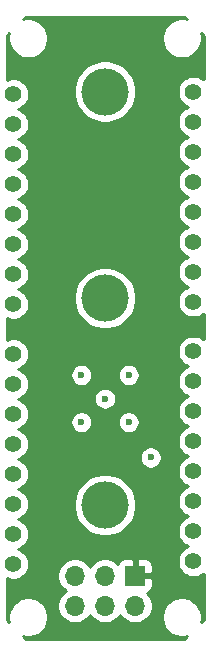
<source format=gbr>
G04 #@! TF.GenerationSoftware,KiCad,Pcbnew,5.1.5-52549c5~84~ubuntu18.04.1*
G04 #@! TF.CreationDate,2020-01-13T22:36:15-08:00*
G04 #@! TF.ProjectId,somos_wristband_1.0,736f6d6f-735f-4777-9269-737462616e64,rev?*
G04 #@! TF.SameCoordinates,Original*
G04 #@! TF.FileFunction,Copper,L3,Inr*
G04 #@! TF.FilePolarity,Positive*
%FSLAX46Y46*%
G04 Gerber Fmt 4.6, Leading zero omitted, Abs format (unit mm)*
G04 Created by KiCad (PCBNEW 5.1.5-52549c5~84~ubuntu18.04.1) date 2020-01-13 22:36:15*
%MOMM*%
%LPD*%
G04 APERTURE LIST*
%ADD10C,4.000000*%
%ADD11C,1.400000*%
%ADD12O,1.700000X1.700000*%
%ADD13R,1.700000X1.700000*%
%ADD14C,0.600000*%
%ADD15C,0.254000*%
G04 APERTURE END LIST*
D10*
X150000000Y-118000000D03*
D11*
X142240000Y-105220000D03*
X142240000Y-107760000D03*
X142240000Y-110300000D03*
X142240000Y-112840000D03*
X142240000Y-115380000D03*
X142240000Y-117920000D03*
X142240000Y-120460000D03*
X142240000Y-123000000D03*
D10*
X150000000Y-83000000D03*
X150000000Y-100500000D03*
D12*
X147460000Y-126540000D03*
X147460000Y-124000000D03*
X150000000Y-126540000D03*
X150000000Y-124000000D03*
X152540000Y-126540000D03*
D13*
X152540000Y-124000000D03*
D11*
X142240000Y-83220000D03*
X142240000Y-85760000D03*
X142240000Y-88300000D03*
X142240000Y-90840000D03*
X142240000Y-93380000D03*
X142240000Y-95920000D03*
X142240000Y-98460000D03*
X142240000Y-101000000D03*
X157480000Y-100780000D03*
X157480000Y-98240000D03*
X157480000Y-95700000D03*
X157480000Y-93160000D03*
X157480000Y-90620000D03*
X157480000Y-88080000D03*
X157480000Y-85540000D03*
X157480000Y-83000000D03*
X157480000Y-122780000D03*
X157480000Y-120240000D03*
X157480000Y-117700000D03*
X157480000Y-115160000D03*
X157480000Y-112620000D03*
X157480000Y-110080000D03*
X157480000Y-107540000D03*
X157480000Y-105000000D03*
D14*
X152350000Y-114000000D03*
X144970500Y-112014000D03*
X148718351Y-115020192D03*
X154798957Y-112800000D03*
X150000000Y-109000000D03*
X148000000Y-107000000D03*
X150000000Y-109000000D03*
X152000000Y-107000000D03*
X152000000Y-111000000D03*
X148000000Y-111000000D03*
X153860500Y-113982500D03*
D15*
G36*
X156935170Y-76868550D02*
G01*
X156665958Y-76815000D01*
X156334042Y-76815000D01*
X156008504Y-76879754D01*
X155701853Y-77006772D01*
X155425875Y-77191175D01*
X155191175Y-77425875D01*
X155006772Y-77701853D01*
X154879754Y-78008504D01*
X154815000Y-78334042D01*
X154815000Y-78665958D01*
X154879754Y-78991496D01*
X155006772Y-79298147D01*
X155191175Y-79574125D01*
X155425875Y-79808825D01*
X155701853Y-79993228D01*
X156008504Y-80120246D01*
X156334042Y-80185000D01*
X156665958Y-80185000D01*
X156991496Y-80120246D01*
X157298147Y-79993228D01*
X157574125Y-79808825D01*
X157808825Y-79574125D01*
X157993228Y-79298147D01*
X158120246Y-78991496D01*
X158185000Y-78665958D01*
X158185000Y-78334042D01*
X158131450Y-78064831D01*
X158340001Y-78273382D01*
X158340001Y-81972026D01*
X158331013Y-81963038D01*
X158112359Y-81816939D01*
X157869405Y-81716304D01*
X157611486Y-81665000D01*
X157348514Y-81665000D01*
X157090595Y-81716304D01*
X156847641Y-81816939D01*
X156628987Y-81963038D01*
X156443038Y-82148987D01*
X156296939Y-82367641D01*
X156196304Y-82610595D01*
X156145000Y-82868514D01*
X156145000Y-83131486D01*
X156196304Y-83389405D01*
X156296939Y-83632359D01*
X156443038Y-83851013D01*
X156628987Y-84036962D01*
X156847641Y-84183061D01*
X157057530Y-84270000D01*
X156847641Y-84356939D01*
X156628987Y-84503038D01*
X156443038Y-84688987D01*
X156296939Y-84907641D01*
X156196304Y-85150595D01*
X156145000Y-85408514D01*
X156145000Y-85671486D01*
X156196304Y-85929405D01*
X156296939Y-86172359D01*
X156443038Y-86391013D01*
X156628987Y-86576962D01*
X156847641Y-86723061D01*
X157057530Y-86810000D01*
X156847641Y-86896939D01*
X156628987Y-87043038D01*
X156443038Y-87228987D01*
X156296939Y-87447641D01*
X156196304Y-87690595D01*
X156145000Y-87948514D01*
X156145000Y-88211486D01*
X156196304Y-88469405D01*
X156296939Y-88712359D01*
X156443038Y-88931013D01*
X156628987Y-89116962D01*
X156847641Y-89263061D01*
X157057530Y-89350000D01*
X156847641Y-89436939D01*
X156628987Y-89583038D01*
X156443038Y-89768987D01*
X156296939Y-89987641D01*
X156196304Y-90230595D01*
X156145000Y-90488514D01*
X156145000Y-90751486D01*
X156196304Y-91009405D01*
X156296939Y-91252359D01*
X156443038Y-91471013D01*
X156628987Y-91656962D01*
X156847641Y-91803061D01*
X157057530Y-91890000D01*
X156847641Y-91976939D01*
X156628987Y-92123038D01*
X156443038Y-92308987D01*
X156296939Y-92527641D01*
X156196304Y-92770595D01*
X156145000Y-93028514D01*
X156145000Y-93291486D01*
X156196304Y-93549405D01*
X156296939Y-93792359D01*
X156443038Y-94011013D01*
X156628987Y-94196962D01*
X156847641Y-94343061D01*
X157057530Y-94430000D01*
X156847641Y-94516939D01*
X156628987Y-94663038D01*
X156443038Y-94848987D01*
X156296939Y-95067641D01*
X156196304Y-95310595D01*
X156145000Y-95568514D01*
X156145000Y-95831486D01*
X156196304Y-96089405D01*
X156296939Y-96332359D01*
X156443038Y-96551013D01*
X156628987Y-96736962D01*
X156847641Y-96883061D01*
X157057530Y-96970000D01*
X156847641Y-97056939D01*
X156628987Y-97203038D01*
X156443038Y-97388987D01*
X156296939Y-97607641D01*
X156196304Y-97850595D01*
X156145000Y-98108514D01*
X156145000Y-98371486D01*
X156196304Y-98629405D01*
X156296939Y-98872359D01*
X156443038Y-99091013D01*
X156628987Y-99276962D01*
X156847641Y-99423061D01*
X157057530Y-99510000D01*
X156847641Y-99596939D01*
X156628987Y-99743038D01*
X156443038Y-99928987D01*
X156296939Y-100147641D01*
X156196304Y-100390595D01*
X156145000Y-100648514D01*
X156145000Y-100911486D01*
X156196304Y-101169405D01*
X156296939Y-101412359D01*
X156443038Y-101631013D01*
X156628987Y-101816962D01*
X156847641Y-101963061D01*
X157090595Y-102063696D01*
X157348514Y-102115000D01*
X157611486Y-102115000D01*
X157869405Y-102063696D01*
X158112359Y-101963061D01*
X158331013Y-101816962D01*
X158340001Y-101807974D01*
X158340000Y-103972025D01*
X158331013Y-103963038D01*
X158112359Y-103816939D01*
X157869405Y-103716304D01*
X157611486Y-103665000D01*
X157348514Y-103665000D01*
X157090595Y-103716304D01*
X156847641Y-103816939D01*
X156628987Y-103963038D01*
X156443038Y-104148987D01*
X156296939Y-104367641D01*
X156196304Y-104610595D01*
X156145000Y-104868514D01*
X156145000Y-105131486D01*
X156196304Y-105389405D01*
X156296939Y-105632359D01*
X156443038Y-105851013D01*
X156628987Y-106036962D01*
X156847641Y-106183061D01*
X157057530Y-106270000D01*
X156847641Y-106356939D01*
X156628987Y-106503038D01*
X156443038Y-106688987D01*
X156296939Y-106907641D01*
X156196304Y-107150595D01*
X156145000Y-107408514D01*
X156145000Y-107671486D01*
X156196304Y-107929405D01*
X156296939Y-108172359D01*
X156443038Y-108391013D01*
X156628987Y-108576962D01*
X156847641Y-108723061D01*
X157057530Y-108810000D01*
X156847641Y-108896939D01*
X156628987Y-109043038D01*
X156443038Y-109228987D01*
X156296939Y-109447641D01*
X156196304Y-109690595D01*
X156145000Y-109948514D01*
X156145000Y-110211486D01*
X156196304Y-110469405D01*
X156296939Y-110712359D01*
X156443038Y-110931013D01*
X156628987Y-111116962D01*
X156847641Y-111263061D01*
X157057530Y-111350000D01*
X156847641Y-111436939D01*
X156628987Y-111583038D01*
X156443038Y-111768987D01*
X156296939Y-111987641D01*
X156196304Y-112230595D01*
X156145000Y-112488514D01*
X156145000Y-112751486D01*
X156196304Y-113009405D01*
X156296939Y-113252359D01*
X156443038Y-113471013D01*
X156628987Y-113656962D01*
X156847641Y-113803061D01*
X157057530Y-113890000D01*
X156847641Y-113976939D01*
X156628987Y-114123038D01*
X156443038Y-114308987D01*
X156296939Y-114527641D01*
X156196304Y-114770595D01*
X156145000Y-115028514D01*
X156145000Y-115291486D01*
X156196304Y-115549405D01*
X156296939Y-115792359D01*
X156443038Y-116011013D01*
X156628987Y-116196962D01*
X156847641Y-116343061D01*
X157057530Y-116430000D01*
X156847641Y-116516939D01*
X156628987Y-116663038D01*
X156443038Y-116848987D01*
X156296939Y-117067641D01*
X156196304Y-117310595D01*
X156145000Y-117568514D01*
X156145000Y-117831486D01*
X156196304Y-118089405D01*
X156296939Y-118332359D01*
X156443038Y-118551013D01*
X156628987Y-118736962D01*
X156847641Y-118883061D01*
X157057530Y-118970000D01*
X156847641Y-119056939D01*
X156628987Y-119203038D01*
X156443038Y-119388987D01*
X156296939Y-119607641D01*
X156196304Y-119850595D01*
X156145000Y-120108514D01*
X156145000Y-120371486D01*
X156196304Y-120629405D01*
X156296939Y-120872359D01*
X156443038Y-121091013D01*
X156628987Y-121276962D01*
X156847641Y-121423061D01*
X157057530Y-121510000D01*
X156847641Y-121596939D01*
X156628987Y-121743038D01*
X156443038Y-121928987D01*
X156296939Y-122147641D01*
X156196304Y-122390595D01*
X156145000Y-122648514D01*
X156145000Y-122911486D01*
X156196304Y-123169405D01*
X156296939Y-123412359D01*
X156443038Y-123631013D01*
X156628987Y-123816962D01*
X156847641Y-123963061D01*
X157090595Y-124063696D01*
X157348514Y-124115000D01*
X157611486Y-124115000D01*
X157869405Y-124063696D01*
X158112359Y-123963061D01*
X158331013Y-123816962D01*
X158340000Y-123807975D01*
X158340000Y-127726619D01*
X158131450Y-127935169D01*
X158185000Y-127665958D01*
X158185000Y-127334042D01*
X158120246Y-127008504D01*
X157993228Y-126701853D01*
X157808825Y-126425875D01*
X157574125Y-126191175D01*
X157298147Y-126006772D01*
X156991496Y-125879754D01*
X156665958Y-125815000D01*
X156334042Y-125815000D01*
X156008504Y-125879754D01*
X155701853Y-126006772D01*
X155425875Y-126191175D01*
X155191175Y-126425875D01*
X155006772Y-126701853D01*
X154879754Y-127008504D01*
X154815000Y-127334042D01*
X154815000Y-127665958D01*
X154879754Y-127991496D01*
X155006772Y-128298147D01*
X155191175Y-128574125D01*
X155425875Y-128808825D01*
X155701853Y-128993228D01*
X156008504Y-129120246D01*
X156334042Y-129185000D01*
X156665958Y-129185000D01*
X156935170Y-129131450D01*
X156726620Y-129340000D01*
X143273381Y-129340000D01*
X143064831Y-129131450D01*
X143334042Y-129185000D01*
X143665958Y-129185000D01*
X143991496Y-129120246D01*
X144298147Y-128993228D01*
X144574125Y-128808825D01*
X144808825Y-128574125D01*
X144993228Y-128298147D01*
X145120246Y-127991496D01*
X145185000Y-127665958D01*
X145185000Y-127334042D01*
X145120246Y-127008504D01*
X144993228Y-126701853D01*
X144808825Y-126425875D01*
X144574125Y-126191175D01*
X144298147Y-126006772D01*
X143991496Y-125879754D01*
X143665958Y-125815000D01*
X143334042Y-125815000D01*
X143008504Y-125879754D01*
X142701853Y-126006772D01*
X142425875Y-126191175D01*
X142191175Y-126425875D01*
X142006772Y-126701853D01*
X141879754Y-127008504D01*
X141815000Y-127334042D01*
X141815000Y-127665958D01*
X141868550Y-127935170D01*
X141660000Y-127726620D01*
X141660000Y-124204749D01*
X141850595Y-124283696D01*
X142108514Y-124335000D01*
X142371486Y-124335000D01*
X142629405Y-124283696D01*
X142872359Y-124183061D01*
X143091013Y-124036962D01*
X143274235Y-123853740D01*
X145975000Y-123853740D01*
X145975000Y-124146260D01*
X146032068Y-124433158D01*
X146144010Y-124703411D01*
X146306525Y-124946632D01*
X146513368Y-125153475D01*
X146687760Y-125270000D01*
X146513368Y-125386525D01*
X146306525Y-125593368D01*
X146144010Y-125836589D01*
X146032068Y-126106842D01*
X145975000Y-126393740D01*
X145975000Y-126686260D01*
X146032068Y-126973158D01*
X146144010Y-127243411D01*
X146306525Y-127486632D01*
X146513368Y-127693475D01*
X146756589Y-127855990D01*
X147026842Y-127967932D01*
X147313740Y-128025000D01*
X147606260Y-128025000D01*
X147893158Y-127967932D01*
X148163411Y-127855990D01*
X148406632Y-127693475D01*
X148613475Y-127486632D01*
X148730000Y-127312240D01*
X148846525Y-127486632D01*
X149053368Y-127693475D01*
X149296589Y-127855990D01*
X149566842Y-127967932D01*
X149853740Y-128025000D01*
X150146260Y-128025000D01*
X150433158Y-127967932D01*
X150703411Y-127855990D01*
X150946632Y-127693475D01*
X151153475Y-127486632D01*
X151270000Y-127312240D01*
X151386525Y-127486632D01*
X151593368Y-127693475D01*
X151836589Y-127855990D01*
X152106842Y-127967932D01*
X152393740Y-128025000D01*
X152686260Y-128025000D01*
X152973158Y-127967932D01*
X153243411Y-127855990D01*
X153486632Y-127693475D01*
X153693475Y-127486632D01*
X153855990Y-127243411D01*
X153967932Y-126973158D01*
X154025000Y-126686260D01*
X154025000Y-126393740D01*
X153967932Y-126106842D01*
X153855990Y-125836589D01*
X153693475Y-125593368D01*
X153561620Y-125461513D01*
X153634180Y-125439502D01*
X153744494Y-125380537D01*
X153841185Y-125301185D01*
X153920537Y-125204494D01*
X153979502Y-125094180D01*
X154015812Y-124974482D01*
X154028072Y-124850000D01*
X154025000Y-124285750D01*
X153866250Y-124127000D01*
X152667000Y-124127000D01*
X152667000Y-124147000D01*
X152413000Y-124147000D01*
X152413000Y-124127000D01*
X152393000Y-124127000D01*
X152393000Y-123873000D01*
X152413000Y-123873000D01*
X152413000Y-122673750D01*
X152667000Y-122673750D01*
X152667000Y-123873000D01*
X153866250Y-123873000D01*
X154025000Y-123714250D01*
X154028072Y-123150000D01*
X154015812Y-123025518D01*
X153979502Y-122905820D01*
X153920537Y-122795506D01*
X153841185Y-122698815D01*
X153744494Y-122619463D01*
X153634180Y-122560498D01*
X153514482Y-122524188D01*
X153390000Y-122511928D01*
X152825750Y-122515000D01*
X152667000Y-122673750D01*
X152413000Y-122673750D01*
X152254250Y-122515000D01*
X151690000Y-122511928D01*
X151565518Y-122524188D01*
X151445820Y-122560498D01*
X151335506Y-122619463D01*
X151238815Y-122698815D01*
X151159463Y-122795506D01*
X151100498Y-122905820D01*
X151078487Y-122978380D01*
X150946632Y-122846525D01*
X150703411Y-122684010D01*
X150433158Y-122572068D01*
X150146260Y-122515000D01*
X149853740Y-122515000D01*
X149566842Y-122572068D01*
X149296589Y-122684010D01*
X149053368Y-122846525D01*
X148846525Y-123053368D01*
X148730000Y-123227760D01*
X148613475Y-123053368D01*
X148406632Y-122846525D01*
X148163411Y-122684010D01*
X147893158Y-122572068D01*
X147606260Y-122515000D01*
X147313740Y-122515000D01*
X147026842Y-122572068D01*
X146756589Y-122684010D01*
X146513368Y-122846525D01*
X146306525Y-123053368D01*
X146144010Y-123296589D01*
X146032068Y-123566842D01*
X145975000Y-123853740D01*
X143274235Y-123853740D01*
X143276962Y-123851013D01*
X143423061Y-123632359D01*
X143523696Y-123389405D01*
X143575000Y-123131486D01*
X143575000Y-122868514D01*
X143523696Y-122610595D01*
X143423061Y-122367641D01*
X143276962Y-122148987D01*
X143091013Y-121963038D01*
X142872359Y-121816939D01*
X142662470Y-121730000D01*
X142872359Y-121643061D01*
X143091013Y-121496962D01*
X143276962Y-121311013D01*
X143423061Y-121092359D01*
X143523696Y-120849405D01*
X143575000Y-120591486D01*
X143575000Y-120328514D01*
X143523696Y-120070595D01*
X143423061Y-119827641D01*
X143276962Y-119608987D01*
X143091013Y-119423038D01*
X142872359Y-119276939D01*
X142662470Y-119190000D01*
X142872359Y-119103061D01*
X143091013Y-118956962D01*
X143276962Y-118771013D01*
X143423061Y-118552359D01*
X143523696Y-118309405D01*
X143575000Y-118051486D01*
X143575000Y-117788514D01*
X143565445Y-117740475D01*
X147365000Y-117740475D01*
X147365000Y-118259525D01*
X147466261Y-118768601D01*
X147664893Y-119248141D01*
X147953262Y-119679715D01*
X148320285Y-120046738D01*
X148751859Y-120335107D01*
X149231399Y-120533739D01*
X149740475Y-120635000D01*
X150259525Y-120635000D01*
X150768601Y-120533739D01*
X151248141Y-120335107D01*
X151679715Y-120046738D01*
X152046738Y-119679715D01*
X152335107Y-119248141D01*
X152533739Y-118768601D01*
X152635000Y-118259525D01*
X152635000Y-117740475D01*
X152533739Y-117231399D01*
X152335107Y-116751859D01*
X152046738Y-116320285D01*
X151679715Y-115953262D01*
X151248141Y-115664893D01*
X150768601Y-115466261D01*
X150259525Y-115365000D01*
X149740475Y-115365000D01*
X149231399Y-115466261D01*
X148751859Y-115664893D01*
X148320285Y-115953262D01*
X147953262Y-116320285D01*
X147664893Y-116751859D01*
X147466261Y-117231399D01*
X147365000Y-117740475D01*
X143565445Y-117740475D01*
X143523696Y-117530595D01*
X143423061Y-117287641D01*
X143276962Y-117068987D01*
X143091013Y-116883038D01*
X142872359Y-116736939D01*
X142662470Y-116650000D01*
X142872359Y-116563061D01*
X143091013Y-116416962D01*
X143276962Y-116231013D01*
X143423061Y-116012359D01*
X143523696Y-115769405D01*
X143575000Y-115511486D01*
X143575000Y-115248514D01*
X143523696Y-114990595D01*
X143423061Y-114747641D01*
X143276962Y-114528987D01*
X143091013Y-114343038D01*
X142872359Y-114196939D01*
X142662470Y-114110000D01*
X142872359Y-114023061D01*
X143070885Y-113890411D01*
X152925500Y-113890411D01*
X152925500Y-114074589D01*
X152961432Y-114255229D01*
X153031914Y-114425389D01*
X153134238Y-114578528D01*
X153264472Y-114708762D01*
X153417611Y-114811086D01*
X153587771Y-114881568D01*
X153768411Y-114917500D01*
X153952589Y-114917500D01*
X154133229Y-114881568D01*
X154303389Y-114811086D01*
X154456528Y-114708762D01*
X154586762Y-114578528D01*
X154689086Y-114425389D01*
X154759568Y-114255229D01*
X154795500Y-114074589D01*
X154795500Y-113890411D01*
X154759568Y-113709771D01*
X154689086Y-113539611D01*
X154586762Y-113386472D01*
X154456528Y-113256238D01*
X154303389Y-113153914D01*
X154133229Y-113083432D01*
X153952589Y-113047500D01*
X153768411Y-113047500D01*
X153587771Y-113083432D01*
X153417611Y-113153914D01*
X153264472Y-113256238D01*
X153134238Y-113386472D01*
X153031914Y-113539611D01*
X152961432Y-113709771D01*
X152925500Y-113890411D01*
X143070885Y-113890411D01*
X143091013Y-113876962D01*
X143276962Y-113691013D01*
X143423061Y-113472359D01*
X143523696Y-113229405D01*
X143575000Y-112971486D01*
X143575000Y-112708514D01*
X143523696Y-112450595D01*
X143423061Y-112207641D01*
X143276962Y-111988987D01*
X143091013Y-111803038D01*
X142872359Y-111656939D01*
X142662470Y-111570000D01*
X142872359Y-111483061D01*
X143091013Y-111336962D01*
X143276962Y-111151013D01*
X143423061Y-110932359D01*
X143433187Y-110907911D01*
X147065000Y-110907911D01*
X147065000Y-111092089D01*
X147100932Y-111272729D01*
X147171414Y-111442889D01*
X147273738Y-111596028D01*
X147403972Y-111726262D01*
X147557111Y-111828586D01*
X147727271Y-111899068D01*
X147907911Y-111935000D01*
X148092089Y-111935000D01*
X148272729Y-111899068D01*
X148442889Y-111828586D01*
X148596028Y-111726262D01*
X148726262Y-111596028D01*
X148828586Y-111442889D01*
X148899068Y-111272729D01*
X148935000Y-111092089D01*
X148935000Y-110907911D01*
X151065000Y-110907911D01*
X151065000Y-111092089D01*
X151100932Y-111272729D01*
X151171414Y-111442889D01*
X151273738Y-111596028D01*
X151403972Y-111726262D01*
X151557111Y-111828586D01*
X151727271Y-111899068D01*
X151907911Y-111935000D01*
X152092089Y-111935000D01*
X152272729Y-111899068D01*
X152442889Y-111828586D01*
X152596028Y-111726262D01*
X152726262Y-111596028D01*
X152828586Y-111442889D01*
X152899068Y-111272729D01*
X152935000Y-111092089D01*
X152935000Y-110907911D01*
X152899068Y-110727271D01*
X152828586Y-110557111D01*
X152726262Y-110403972D01*
X152596028Y-110273738D01*
X152442889Y-110171414D01*
X152272729Y-110100932D01*
X152092089Y-110065000D01*
X151907911Y-110065000D01*
X151727271Y-110100932D01*
X151557111Y-110171414D01*
X151403972Y-110273738D01*
X151273738Y-110403972D01*
X151171414Y-110557111D01*
X151100932Y-110727271D01*
X151065000Y-110907911D01*
X148935000Y-110907911D01*
X148899068Y-110727271D01*
X148828586Y-110557111D01*
X148726262Y-110403972D01*
X148596028Y-110273738D01*
X148442889Y-110171414D01*
X148272729Y-110100932D01*
X148092089Y-110065000D01*
X147907911Y-110065000D01*
X147727271Y-110100932D01*
X147557111Y-110171414D01*
X147403972Y-110273738D01*
X147273738Y-110403972D01*
X147171414Y-110557111D01*
X147100932Y-110727271D01*
X147065000Y-110907911D01*
X143433187Y-110907911D01*
X143523696Y-110689405D01*
X143575000Y-110431486D01*
X143575000Y-110168514D01*
X143523696Y-109910595D01*
X143423061Y-109667641D01*
X143276962Y-109448987D01*
X143091013Y-109263038D01*
X142872359Y-109116939D01*
X142662470Y-109030000D01*
X142872359Y-108943061D01*
X142924965Y-108907911D01*
X149065000Y-108907911D01*
X149065000Y-109092089D01*
X149100932Y-109272729D01*
X149171414Y-109442889D01*
X149273738Y-109596028D01*
X149403972Y-109726262D01*
X149557111Y-109828586D01*
X149727271Y-109899068D01*
X149907911Y-109935000D01*
X150092089Y-109935000D01*
X150272729Y-109899068D01*
X150442889Y-109828586D01*
X150596028Y-109726262D01*
X150726262Y-109596028D01*
X150828586Y-109442889D01*
X150899068Y-109272729D01*
X150935000Y-109092089D01*
X150935000Y-108907911D01*
X150899068Y-108727271D01*
X150828586Y-108557111D01*
X150726262Y-108403972D01*
X150596028Y-108273738D01*
X150442889Y-108171414D01*
X150272729Y-108100932D01*
X150092089Y-108065000D01*
X149907911Y-108065000D01*
X149727271Y-108100932D01*
X149557111Y-108171414D01*
X149403972Y-108273738D01*
X149273738Y-108403972D01*
X149171414Y-108557111D01*
X149100932Y-108727271D01*
X149065000Y-108907911D01*
X142924965Y-108907911D01*
X143091013Y-108796962D01*
X143276962Y-108611013D01*
X143423061Y-108392359D01*
X143523696Y-108149405D01*
X143575000Y-107891486D01*
X143575000Y-107628514D01*
X143523696Y-107370595D01*
X143423061Y-107127641D01*
X143276962Y-106908987D01*
X143275886Y-106907911D01*
X147065000Y-106907911D01*
X147065000Y-107092089D01*
X147100932Y-107272729D01*
X147171414Y-107442889D01*
X147273738Y-107596028D01*
X147403972Y-107726262D01*
X147557111Y-107828586D01*
X147727271Y-107899068D01*
X147907911Y-107935000D01*
X148092089Y-107935000D01*
X148272729Y-107899068D01*
X148442889Y-107828586D01*
X148596028Y-107726262D01*
X148726262Y-107596028D01*
X148828586Y-107442889D01*
X148899068Y-107272729D01*
X148935000Y-107092089D01*
X148935000Y-106907911D01*
X151065000Y-106907911D01*
X151065000Y-107092089D01*
X151100932Y-107272729D01*
X151171414Y-107442889D01*
X151273738Y-107596028D01*
X151403972Y-107726262D01*
X151557111Y-107828586D01*
X151727271Y-107899068D01*
X151907911Y-107935000D01*
X152092089Y-107935000D01*
X152272729Y-107899068D01*
X152442889Y-107828586D01*
X152596028Y-107726262D01*
X152726262Y-107596028D01*
X152828586Y-107442889D01*
X152899068Y-107272729D01*
X152935000Y-107092089D01*
X152935000Y-106907911D01*
X152899068Y-106727271D01*
X152828586Y-106557111D01*
X152726262Y-106403972D01*
X152596028Y-106273738D01*
X152442889Y-106171414D01*
X152272729Y-106100932D01*
X152092089Y-106065000D01*
X151907911Y-106065000D01*
X151727271Y-106100932D01*
X151557111Y-106171414D01*
X151403972Y-106273738D01*
X151273738Y-106403972D01*
X151171414Y-106557111D01*
X151100932Y-106727271D01*
X151065000Y-106907911D01*
X148935000Y-106907911D01*
X148899068Y-106727271D01*
X148828586Y-106557111D01*
X148726262Y-106403972D01*
X148596028Y-106273738D01*
X148442889Y-106171414D01*
X148272729Y-106100932D01*
X148092089Y-106065000D01*
X147907911Y-106065000D01*
X147727271Y-106100932D01*
X147557111Y-106171414D01*
X147403972Y-106273738D01*
X147273738Y-106403972D01*
X147171414Y-106557111D01*
X147100932Y-106727271D01*
X147065000Y-106907911D01*
X143275886Y-106907911D01*
X143091013Y-106723038D01*
X142872359Y-106576939D01*
X142662470Y-106490000D01*
X142872359Y-106403061D01*
X143091013Y-106256962D01*
X143276962Y-106071013D01*
X143423061Y-105852359D01*
X143523696Y-105609405D01*
X143575000Y-105351486D01*
X143575000Y-105088514D01*
X143523696Y-104830595D01*
X143423061Y-104587641D01*
X143276962Y-104368987D01*
X143091013Y-104183038D01*
X142872359Y-104036939D01*
X142629405Y-103936304D01*
X142371486Y-103885000D01*
X142108514Y-103885000D01*
X141850595Y-103936304D01*
X141660000Y-104015251D01*
X141660000Y-102204749D01*
X141850595Y-102283696D01*
X142108514Y-102335000D01*
X142371486Y-102335000D01*
X142629405Y-102283696D01*
X142872359Y-102183061D01*
X143091013Y-102036962D01*
X143276962Y-101851013D01*
X143423061Y-101632359D01*
X143523696Y-101389405D01*
X143575000Y-101131486D01*
X143575000Y-100868514D01*
X143523696Y-100610595D01*
X143423061Y-100367641D01*
X143338092Y-100240475D01*
X147365000Y-100240475D01*
X147365000Y-100759525D01*
X147466261Y-101268601D01*
X147664893Y-101748141D01*
X147953262Y-102179715D01*
X148320285Y-102546738D01*
X148751859Y-102835107D01*
X149231399Y-103033739D01*
X149740475Y-103135000D01*
X150259525Y-103135000D01*
X150768601Y-103033739D01*
X151248141Y-102835107D01*
X151679715Y-102546738D01*
X152046738Y-102179715D01*
X152335107Y-101748141D01*
X152533739Y-101268601D01*
X152635000Y-100759525D01*
X152635000Y-100240475D01*
X152533739Y-99731399D01*
X152335107Y-99251859D01*
X152046738Y-98820285D01*
X151679715Y-98453262D01*
X151248141Y-98164893D01*
X150768601Y-97966261D01*
X150259525Y-97865000D01*
X149740475Y-97865000D01*
X149231399Y-97966261D01*
X148751859Y-98164893D01*
X148320285Y-98453262D01*
X147953262Y-98820285D01*
X147664893Y-99251859D01*
X147466261Y-99731399D01*
X147365000Y-100240475D01*
X143338092Y-100240475D01*
X143276962Y-100148987D01*
X143091013Y-99963038D01*
X142872359Y-99816939D01*
X142662470Y-99730000D01*
X142872359Y-99643061D01*
X143091013Y-99496962D01*
X143276962Y-99311013D01*
X143423061Y-99092359D01*
X143523696Y-98849405D01*
X143575000Y-98591486D01*
X143575000Y-98328514D01*
X143523696Y-98070595D01*
X143423061Y-97827641D01*
X143276962Y-97608987D01*
X143091013Y-97423038D01*
X142872359Y-97276939D01*
X142662470Y-97190000D01*
X142872359Y-97103061D01*
X143091013Y-96956962D01*
X143276962Y-96771013D01*
X143423061Y-96552359D01*
X143523696Y-96309405D01*
X143575000Y-96051486D01*
X143575000Y-95788514D01*
X143523696Y-95530595D01*
X143423061Y-95287641D01*
X143276962Y-95068987D01*
X143091013Y-94883038D01*
X142872359Y-94736939D01*
X142662470Y-94650000D01*
X142872359Y-94563061D01*
X143091013Y-94416962D01*
X143276962Y-94231013D01*
X143423061Y-94012359D01*
X143523696Y-93769405D01*
X143575000Y-93511486D01*
X143575000Y-93248514D01*
X143523696Y-92990595D01*
X143423061Y-92747641D01*
X143276962Y-92528987D01*
X143091013Y-92343038D01*
X142872359Y-92196939D01*
X142662470Y-92110000D01*
X142872359Y-92023061D01*
X143091013Y-91876962D01*
X143276962Y-91691013D01*
X143423061Y-91472359D01*
X143523696Y-91229405D01*
X143575000Y-90971486D01*
X143575000Y-90708514D01*
X143523696Y-90450595D01*
X143423061Y-90207641D01*
X143276962Y-89988987D01*
X143091013Y-89803038D01*
X142872359Y-89656939D01*
X142662470Y-89570000D01*
X142872359Y-89483061D01*
X143091013Y-89336962D01*
X143276962Y-89151013D01*
X143423061Y-88932359D01*
X143523696Y-88689405D01*
X143575000Y-88431486D01*
X143575000Y-88168514D01*
X143523696Y-87910595D01*
X143423061Y-87667641D01*
X143276962Y-87448987D01*
X143091013Y-87263038D01*
X142872359Y-87116939D01*
X142662470Y-87030000D01*
X142872359Y-86943061D01*
X143091013Y-86796962D01*
X143276962Y-86611013D01*
X143423061Y-86392359D01*
X143523696Y-86149405D01*
X143575000Y-85891486D01*
X143575000Y-85628514D01*
X143523696Y-85370595D01*
X143423061Y-85127641D01*
X143276962Y-84908987D01*
X143091013Y-84723038D01*
X142872359Y-84576939D01*
X142662470Y-84490000D01*
X142872359Y-84403061D01*
X143091013Y-84256962D01*
X143276962Y-84071013D01*
X143423061Y-83852359D01*
X143523696Y-83609405D01*
X143575000Y-83351486D01*
X143575000Y-83088514D01*
X143523696Y-82830595D01*
X143486368Y-82740475D01*
X147365000Y-82740475D01*
X147365000Y-83259525D01*
X147466261Y-83768601D01*
X147664893Y-84248141D01*
X147953262Y-84679715D01*
X148320285Y-85046738D01*
X148751859Y-85335107D01*
X149231399Y-85533739D01*
X149740475Y-85635000D01*
X150259525Y-85635000D01*
X150768601Y-85533739D01*
X151248141Y-85335107D01*
X151679715Y-85046738D01*
X152046738Y-84679715D01*
X152335107Y-84248141D01*
X152533739Y-83768601D01*
X152635000Y-83259525D01*
X152635000Y-82740475D01*
X152533739Y-82231399D01*
X152335107Y-81751859D01*
X152046738Y-81320285D01*
X151679715Y-80953262D01*
X151248141Y-80664893D01*
X150768601Y-80466261D01*
X150259525Y-80365000D01*
X149740475Y-80365000D01*
X149231399Y-80466261D01*
X148751859Y-80664893D01*
X148320285Y-80953262D01*
X147953262Y-81320285D01*
X147664893Y-81751859D01*
X147466261Y-82231399D01*
X147365000Y-82740475D01*
X143486368Y-82740475D01*
X143423061Y-82587641D01*
X143276962Y-82368987D01*
X143091013Y-82183038D01*
X142872359Y-82036939D01*
X142629405Y-81936304D01*
X142371486Y-81885000D01*
X142108514Y-81885000D01*
X141850595Y-81936304D01*
X141660000Y-82015251D01*
X141660000Y-78273380D01*
X141868550Y-78064830D01*
X141815000Y-78334042D01*
X141815000Y-78665958D01*
X141879754Y-78991496D01*
X142006772Y-79298147D01*
X142191175Y-79574125D01*
X142425875Y-79808825D01*
X142701853Y-79993228D01*
X143008504Y-80120246D01*
X143334042Y-80185000D01*
X143665958Y-80185000D01*
X143991496Y-80120246D01*
X144298147Y-79993228D01*
X144574125Y-79808825D01*
X144808825Y-79574125D01*
X144993228Y-79298147D01*
X145120246Y-78991496D01*
X145185000Y-78665958D01*
X145185000Y-78334042D01*
X145120246Y-78008504D01*
X144993228Y-77701853D01*
X144808825Y-77425875D01*
X144574125Y-77191175D01*
X144298147Y-77006772D01*
X143991496Y-76879754D01*
X143665958Y-76815000D01*
X143334042Y-76815000D01*
X143064831Y-76868550D01*
X143273381Y-76660000D01*
X156726620Y-76660000D01*
X156935170Y-76868550D01*
G37*
X156935170Y-76868550D02*
X156665958Y-76815000D01*
X156334042Y-76815000D01*
X156008504Y-76879754D01*
X155701853Y-77006772D01*
X155425875Y-77191175D01*
X155191175Y-77425875D01*
X155006772Y-77701853D01*
X154879754Y-78008504D01*
X154815000Y-78334042D01*
X154815000Y-78665958D01*
X154879754Y-78991496D01*
X155006772Y-79298147D01*
X155191175Y-79574125D01*
X155425875Y-79808825D01*
X155701853Y-79993228D01*
X156008504Y-80120246D01*
X156334042Y-80185000D01*
X156665958Y-80185000D01*
X156991496Y-80120246D01*
X157298147Y-79993228D01*
X157574125Y-79808825D01*
X157808825Y-79574125D01*
X157993228Y-79298147D01*
X158120246Y-78991496D01*
X158185000Y-78665958D01*
X158185000Y-78334042D01*
X158131450Y-78064831D01*
X158340001Y-78273382D01*
X158340001Y-81972026D01*
X158331013Y-81963038D01*
X158112359Y-81816939D01*
X157869405Y-81716304D01*
X157611486Y-81665000D01*
X157348514Y-81665000D01*
X157090595Y-81716304D01*
X156847641Y-81816939D01*
X156628987Y-81963038D01*
X156443038Y-82148987D01*
X156296939Y-82367641D01*
X156196304Y-82610595D01*
X156145000Y-82868514D01*
X156145000Y-83131486D01*
X156196304Y-83389405D01*
X156296939Y-83632359D01*
X156443038Y-83851013D01*
X156628987Y-84036962D01*
X156847641Y-84183061D01*
X157057530Y-84270000D01*
X156847641Y-84356939D01*
X156628987Y-84503038D01*
X156443038Y-84688987D01*
X156296939Y-84907641D01*
X156196304Y-85150595D01*
X156145000Y-85408514D01*
X156145000Y-85671486D01*
X156196304Y-85929405D01*
X156296939Y-86172359D01*
X156443038Y-86391013D01*
X156628987Y-86576962D01*
X156847641Y-86723061D01*
X157057530Y-86810000D01*
X156847641Y-86896939D01*
X156628987Y-87043038D01*
X156443038Y-87228987D01*
X156296939Y-87447641D01*
X156196304Y-87690595D01*
X156145000Y-87948514D01*
X156145000Y-88211486D01*
X156196304Y-88469405D01*
X156296939Y-88712359D01*
X156443038Y-88931013D01*
X156628987Y-89116962D01*
X156847641Y-89263061D01*
X157057530Y-89350000D01*
X156847641Y-89436939D01*
X156628987Y-89583038D01*
X156443038Y-89768987D01*
X156296939Y-89987641D01*
X156196304Y-90230595D01*
X156145000Y-90488514D01*
X156145000Y-90751486D01*
X156196304Y-91009405D01*
X156296939Y-91252359D01*
X156443038Y-91471013D01*
X156628987Y-91656962D01*
X156847641Y-91803061D01*
X157057530Y-91890000D01*
X156847641Y-91976939D01*
X156628987Y-92123038D01*
X156443038Y-92308987D01*
X156296939Y-92527641D01*
X156196304Y-92770595D01*
X156145000Y-93028514D01*
X156145000Y-93291486D01*
X156196304Y-93549405D01*
X156296939Y-93792359D01*
X156443038Y-94011013D01*
X156628987Y-94196962D01*
X156847641Y-94343061D01*
X157057530Y-94430000D01*
X156847641Y-94516939D01*
X156628987Y-94663038D01*
X156443038Y-94848987D01*
X156296939Y-95067641D01*
X156196304Y-95310595D01*
X156145000Y-95568514D01*
X156145000Y-95831486D01*
X156196304Y-96089405D01*
X156296939Y-96332359D01*
X156443038Y-96551013D01*
X156628987Y-96736962D01*
X156847641Y-96883061D01*
X157057530Y-96970000D01*
X156847641Y-97056939D01*
X156628987Y-97203038D01*
X156443038Y-97388987D01*
X156296939Y-97607641D01*
X156196304Y-97850595D01*
X156145000Y-98108514D01*
X156145000Y-98371486D01*
X156196304Y-98629405D01*
X156296939Y-98872359D01*
X156443038Y-99091013D01*
X156628987Y-99276962D01*
X156847641Y-99423061D01*
X157057530Y-99510000D01*
X156847641Y-99596939D01*
X156628987Y-99743038D01*
X156443038Y-99928987D01*
X156296939Y-100147641D01*
X156196304Y-100390595D01*
X156145000Y-100648514D01*
X156145000Y-100911486D01*
X156196304Y-101169405D01*
X156296939Y-101412359D01*
X156443038Y-101631013D01*
X156628987Y-101816962D01*
X156847641Y-101963061D01*
X157090595Y-102063696D01*
X157348514Y-102115000D01*
X157611486Y-102115000D01*
X157869405Y-102063696D01*
X158112359Y-101963061D01*
X158331013Y-101816962D01*
X158340001Y-101807974D01*
X158340000Y-103972025D01*
X158331013Y-103963038D01*
X158112359Y-103816939D01*
X157869405Y-103716304D01*
X157611486Y-103665000D01*
X157348514Y-103665000D01*
X157090595Y-103716304D01*
X156847641Y-103816939D01*
X156628987Y-103963038D01*
X156443038Y-104148987D01*
X156296939Y-104367641D01*
X156196304Y-104610595D01*
X156145000Y-104868514D01*
X156145000Y-105131486D01*
X156196304Y-105389405D01*
X156296939Y-105632359D01*
X156443038Y-105851013D01*
X156628987Y-106036962D01*
X156847641Y-106183061D01*
X157057530Y-106270000D01*
X156847641Y-106356939D01*
X156628987Y-106503038D01*
X156443038Y-106688987D01*
X156296939Y-106907641D01*
X156196304Y-107150595D01*
X156145000Y-107408514D01*
X156145000Y-107671486D01*
X156196304Y-107929405D01*
X156296939Y-108172359D01*
X156443038Y-108391013D01*
X156628987Y-108576962D01*
X156847641Y-108723061D01*
X157057530Y-108810000D01*
X156847641Y-108896939D01*
X156628987Y-109043038D01*
X156443038Y-109228987D01*
X156296939Y-109447641D01*
X156196304Y-109690595D01*
X156145000Y-109948514D01*
X156145000Y-110211486D01*
X156196304Y-110469405D01*
X156296939Y-110712359D01*
X156443038Y-110931013D01*
X156628987Y-111116962D01*
X156847641Y-111263061D01*
X157057530Y-111350000D01*
X156847641Y-111436939D01*
X156628987Y-111583038D01*
X156443038Y-111768987D01*
X156296939Y-111987641D01*
X156196304Y-112230595D01*
X156145000Y-112488514D01*
X156145000Y-112751486D01*
X156196304Y-113009405D01*
X156296939Y-113252359D01*
X156443038Y-113471013D01*
X156628987Y-113656962D01*
X156847641Y-113803061D01*
X157057530Y-113890000D01*
X156847641Y-113976939D01*
X156628987Y-114123038D01*
X156443038Y-114308987D01*
X156296939Y-114527641D01*
X156196304Y-114770595D01*
X156145000Y-115028514D01*
X156145000Y-115291486D01*
X156196304Y-115549405D01*
X156296939Y-115792359D01*
X156443038Y-116011013D01*
X156628987Y-116196962D01*
X156847641Y-116343061D01*
X157057530Y-116430000D01*
X156847641Y-116516939D01*
X156628987Y-116663038D01*
X156443038Y-116848987D01*
X156296939Y-117067641D01*
X156196304Y-117310595D01*
X156145000Y-117568514D01*
X156145000Y-117831486D01*
X156196304Y-118089405D01*
X156296939Y-118332359D01*
X156443038Y-118551013D01*
X156628987Y-118736962D01*
X156847641Y-118883061D01*
X157057530Y-118970000D01*
X156847641Y-119056939D01*
X156628987Y-119203038D01*
X156443038Y-119388987D01*
X156296939Y-119607641D01*
X156196304Y-119850595D01*
X156145000Y-120108514D01*
X156145000Y-120371486D01*
X156196304Y-120629405D01*
X156296939Y-120872359D01*
X156443038Y-121091013D01*
X156628987Y-121276962D01*
X156847641Y-121423061D01*
X157057530Y-121510000D01*
X156847641Y-121596939D01*
X156628987Y-121743038D01*
X156443038Y-121928987D01*
X156296939Y-122147641D01*
X156196304Y-122390595D01*
X156145000Y-122648514D01*
X156145000Y-122911486D01*
X156196304Y-123169405D01*
X156296939Y-123412359D01*
X156443038Y-123631013D01*
X156628987Y-123816962D01*
X156847641Y-123963061D01*
X157090595Y-124063696D01*
X157348514Y-124115000D01*
X157611486Y-124115000D01*
X157869405Y-124063696D01*
X158112359Y-123963061D01*
X158331013Y-123816962D01*
X158340000Y-123807975D01*
X158340000Y-127726619D01*
X158131450Y-127935169D01*
X158185000Y-127665958D01*
X158185000Y-127334042D01*
X158120246Y-127008504D01*
X157993228Y-126701853D01*
X157808825Y-126425875D01*
X157574125Y-126191175D01*
X157298147Y-126006772D01*
X156991496Y-125879754D01*
X156665958Y-125815000D01*
X156334042Y-125815000D01*
X156008504Y-125879754D01*
X155701853Y-126006772D01*
X155425875Y-126191175D01*
X155191175Y-126425875D01*
X155006772Y-126701853D01*
X154879754Y-127008504D01*
X154815000Y-127334042D01*
X154815000Y-127665958D01*
X154879754Y-127991496D01*
X155006772Y-128298147D01*
X155191175Y-128574125D01*
X155425875Y-128808825D01*
X155701853Y-128993228D01*
X156008504Y-129120246D01*
X156334042Y-129185000D01*
X156665958Y-129185000D01*
X156935170Y-129131450D01*
X156726620Y-129340000D01*
X143273381Y-129340000D01*
X143064831Y-129131450D01*
X143334042Y-129185000D01*
X143665958Y-129185000D01*
X143991496Y-129120246D01*
X144298147Y-128993228D01*
X144574125Y-128808825D01*
X144808825Y-128574125D01*
X144993228Y-128298147D01*
X145120246Y-127991496D01*
X145185000Y-127665958D01*
X145185000Y-127334042D01*
X145120246Y-127008504D01*
X144993228Y-126701853D01*
X144808825Y-126425875D01*
X144574125Y-126191175D01*
X144298147Y-126006772D01*
X143991496Y-125879754D01*
X143665958Y-125815000D01*
X143334042Y-125815000D01*
X143008504Y-125879754D01*
X142701853Y-126006772D01*
X142425875Y-126191175D01*
X142191175Y-126425875D01*
X142006772Y-126701853D01*
X141879754Y-127008504D01*
X141815000Y-127334042D01*
X141815000Y-127665958D01*
X141868550Y-127935170D01*
X141660000Y-127726620D01*
X141660000Y-124204749D01*
X141850595Y-124283696D01*
X142108514Y-124335000D01*
X142371486Y-124335000D01*
X142629405Y-124283696D01*
X142872359Y-124183061D01*
X143091013Y-124036962D01*
X143274235Y-123853740D01*
X145975000Y-123853740D01*
X145975000Y-124146260D01*
X146032068Y-124433158D01*
X146144010Y-124703411D01*
X146306525Y-124946632D01*
X146513368Y-125153475D01*
X146687760Y-125270000D01*
X146513368Y-125386525D01*
X146306525Y-125593368D01*
X146144010Y-125836589D01*
X146032068Y-126106842D01*
X145975000Y-126393740D01*
X145975000Y-126686260D01*
X146032068Y-126973158D01*
X146144010Y-127243411D01*
X146306525Y-127486632D01*
X146513368Y-127693475D01*
X146756589Y-127855990D01*
X147026842Y-127967932D01*
X147313740Y-128025000D01*
X147606260Y-128025000D01*
X147893158Y-127967932D01*
X148163411Y-127855990D01*
X148406632Y-127693475D01*
X148613475Y-127486632D01*
X148730000Y-127312240D01*
X148846525Y-127486632D01*
X149053368Y-127693475D01*
X149296589Y-127855990D01*
X149566842Y-127967932D01*
X149853740Y-128025000D01*
X150146260Y-128025000D01*
X150433158Y-127967932D01*
X150703411Y-127855990D01*
X150946632Y-127693475D01*
X151153475Y-127486632D01*
X151270000Y-127312240D01*
X151386525Y-127486632D01*
X151593368Y-127693475D01*
X151836589Y-127855990D01*
X152106842Y-127967932D01*
X152393740Y-128025000D01*
X152686260Y-128025000D01*
X152973158Y-127967932D01*
X153243411Y-127855990D01*
X153486632Y-127693475D01*
X153693475Y-127486632D01*
X153855990Y-127243411D01*
X153967932Y-126973158D01*
X154025000Y-126686260D01*
X154025000Y-126393740D01*
X153967932Y-126106842D01*
X153855990Y-125836589D01*
X153693475Y-125593368D01*
X153561620Y-125461513D01*
X153634180Y-125439502D01*
X153744494Y-125380537D01*
X153841185Y-125301185D01*
X153920537Y-125204494D01*
X153979502Y-125094180D01*
X154015812Y-124974482D01*
X154028072Y-124850000D01*
X154025000Y-124285750D01*
X153866250Y-124127000D01*
X152667000Y-124127000D01*
X152667000Y-124147000D01*
X152413000Y-124147000D01*
X152413000Y-124127000D01*
X152393000Y-124127000D01*
X152393000Y-123873000D01*
X152413000Y-123873000D01*
X152413000Y-122673750D01*
X152667000Y-122673750D01*
X152667000Y-123873000D01*
X153866250Y-123873000D01*
X154025000Y-123714250D01*
X154028072Y-123150000D01*
X154015812Y-123025518D01*
X153979502Y-122905820D01*
X153920537Y-122795506D01*
X153841185Y-122698815D01*
X153744494Y-122619463D01*
X153634180Y-122560498D01*
X153514482Y-122524188D01*
X153390000Y-122511928D01*
X152825750Y-122515000D01*
X152667000Y-122673750D01*
X152413000Y-122673750D01*
X152254250Y-122515000D01*
X151690000Y-122511928D01*
X151565518Y-122524188D01*
X151445820Y-122560498D01*
X151335506Y-122619463D01*
X151238815Y-122698815D01*
X151159463Y-122795506D01*
X151100498Y-122905820D01*
X151078487Y-122978380D01*
X150946632Y-122846525D01*
X150703411Y-122684010D01*
X150433158Y-122572068D01*
X150146260Y-122515000D01*
X149853740Y-122515000D01*
X149566842Y-122572068D01*
X149296589Y-122684010D01*
X149053368Y-122846525D01*
X148846525Y-123053368D01*
X148730000Y-123227760D01*
X148613475Y-123053368D01*
X148406632Y-122846525D01*
X148163411Y-122684010D01*
X147893158Y-122572068D01*
X147606260Y-122515000D01*
X147313740Y-122515000D01*
X147026842Y-122572068D01*
X146756589Y-122684010D01*
X146513368Y-122846525D01*
X146306525Y-123053368D01*
X146144010Y-123296589D01*
X146032068Y-123566842D01*
X145975000Y-123853740D01*
X143274235Y-123853740D01*
X143276962Y-123851013D01*
X143423061Y-123632359D01*
X143523696Y-123389405D01*
X143575000Y-123131486D01*
X143575000Y-122868514D01*
X143523696Y-122610595D01*
X143423061Y-122367641D01*
X143276962Y-122148987D01*
X143091013Y-121963038D01*
X142872359Y-121816939D01*
X142662470Y-121730000D01*
X142872359Y-121643061D01*
X143091013Y-121496962D01*
X143276962Y-121311013D01*
X143423061Y-121092359D01*
X143523696Y-120849405D01*
X143575000Y-120591486D01*
X143575000Y-120328514D01*
X143523696Y-120070595D01*
X143423061Y-119827641D01*
X143276962Y-119608987D01*
X143091013Y-119423038D01*
X142872359Y-119276939D01*
X142662470Y-119190000D01*
X142872359Y-119103061D01*
X143091013Y-118956962D01*
X143276962Y-118771013D01*
X143423061Y-118552359D01*
X143523696Y-118309405D01*
X143575000Y-118051486D01*
X143575000Y-117788514D01*
X143565445Y-117740475D01*
X147365000Y-117740475D01*
X147365000Y-118259525D01*
X147466261Y-118768601D01*
X147664893Y-119248141D01*
X147953262Y-119679715D01*
X148320285Y-120046738D01*
X148751859Y-120335107D01*
X149231399Y-120533739D01*
X149740475Y-120635000D01*
X150259525Y-120635000D01*
X150768601Y-120533739D01*
X151248141Y-120335107D01*
X151679715Y-120046738D01*
X152046738Y-119679715D01*
X152335107Y-119248141D01*
X152533739Y-118768601D01*
X152635000Y-118259525D01*
X152635000Y-117740475D01*
X152533739Y-117231399D01*
X152335107Y-116751859D01*
X152046738Y-116320285D01*
X151679715Y-115953262D01*
X151248141Y-115664893D01*
X150768601Y-115466261D01*
X150259525Y-115365000D01*
X149740475Y-115365000D01*
X149231399Y-115466261D01*
X148751859Y-115664893D01*
X148320285Y-115953262D01*
X147953262Y-116320285D01*
X147664893Y-116751859D01*
X147466261Y-117231399D01*
X147365000Y-117740475D01*
X143565445Y-117740475D01*
X143523696Y-117530595D01*
X143423061Y-117287641D01*
X143276962Y-117068987D01*
X143091013Y-116883038D01*
X142872359Y-116736939D01*
X142662470Y-116650000D01*
X142872359Y-116563061D01*
X143091013Y-116416962D01*
X143276962Y-116231013D01*
X143423061Y-116012359D01*
X143523696Y-115769405D01*
X143575000Y-115511486D01*
X143575000Y-115248514D01*
X143523696Y-114990595D01*
X143423061Y-114747641D01*
X143276962Y-114528987D01*
X143091013Y-114343038D01*
X142872359Y-114196939D01*
X142662470Y-114110000D01*
X142872359Y-114023061D01*
X143070885Y-113890411D01*
X152925500Y-113890411D01*
X152925500Y-114074589D01*
X152961432Y-114255229D01*
X153031914Y-114425389D01*
X153134238Y-114578528D01*
X153264472Y-114708762D01*
X153417611Y-114811086D01*
X153587771Y-114881568D01*
X153768411Y-114917500D01*
X153952589Y-114917500D01*
X154133229Y-114881568D01*
X154303389Y-114811086D01*
X154456528Y-114708762D01*
X154586762Y-114578528D01*
X154689086Y-114425389D01*
X154759568Y-114255229D01*
X154795500Y-114074589D01*
X154795500Y-113890411D01*
X154759568Y-113709771D01*
X154689086Y-113539611D01*
X154586762Y-113386472D01*
X154456528Y-113256238D01*
X154303389Y-113153914D01*
X154133229Y-113083432D01*
X153952589Y-113047500D01*
X153768411Y-113047500D01*
X153587771Y-113083432D01*
X153417611Y-113153914D01*
X153264472Y-113256238D01*
X153134238Y-113386472D01*
X153031914Y-113539611D01*
X152961432Y-113709771D01*
X152925500Y-113890411D01*
X143070885Y-113890411D01*
X143091013Y-113876962D01*
X143276962Y-113691013D01*
X143423061Y-113472359D01*
X143523696Y-113229405D01*
X143575000Y-112971486D01*
X143575000Y-112708514D01*
X143523696Y-112450595D01*
X143423061Y-112207641D01*
X143276962Y-111988987D01*
X143091013Y-111803038D01*
X142872359Y-111656939D01*
X142662470Y-111570000D01*
X142872359Y-111483061D01*
X143091013Y-111336962D01*
X143276962Y-111151013D01*
X143423061Y-110932359D01*
X143433187Y-110907911D01*
X147065000Y-110907911D01*
X147065000Y-111092089D01*
X147100932Y-111272729D01*
X147171414Y-111442889D01*
X147273738Y-111596028D01*
X147403972Y-111726262D01*
X147557111Y-111828586D01*
X147727271Y-111899068D01*
X147907911Y-111935000D01*
X148092089Y-111935000D01*
X148272729Y-111899068D01*
X148442889Y-111828586D01*
X148596028Y-111726262D01*
X148726262Y-111596028D01*
X148828586Y-111442889D01*
X148899068Y-111272729D01*
X148935000Y-111092089D01*
X148935000Y-110907911D01*
X151065000Y-110907911D01*
X151065000Y-111092089D01*
X151100932Y-111272729D01*
X151171414Y-111442889D01*
X151273738Y-111596028D01*
X151403972Y-111726262D01*
X151557111Y-111828586D01*
X151727271Y-111899068D01*
X151907911Y-111935000D01*
X152092089Y-111935000D01*
X152272729Y-111899068D01*
X152442889Y-111828586D01*
X152596028Y-111726262D01*
X152726262Y-111596028D01*
X152828586Y-111442889D01*
X152899068Y-111272729D01*
X152935000Y-111092089D01*
X152935000Y-110907911D01*
X152899068Y-110727271D01*
X152828586Y-110557111D01*
X152726262Y-110403972D01*
X152596028Y-110273738D01*
X152442889Y-110171414D01*
X152272729Y-110100932D01*
X152092089Y-110065000D01*
X151907911Y-110065000D01*
X151727271Y-110100932D01*
X151557111Y-110171414D01*
X151403972Y-110273738D01*
X151273738Y-110403972D01*
X151171414Y-110557111D01*
X151100932Y-110727271D01*
X151065000Y-110907911D01*
X148935000Y-110907911D01*
X148899068Y-110727271D01*
X148828586Y-110557111D01*
X148726262Y-110403972D01*
X148596028Y-110273738D01*
X148442889Y-110171414D01*
X148272729Y-110100932D01*
X148092089Y-110065000D01*
X147907911Y-110065000D01*
X147727271Y-110100932D01*
X147557111Y-110171414D01*
X147403972Y-110273738D01*
X147273738Y-110403972D01*
X147171414Y-110557111D01*
X147100932Y-110727271D01*
X147065000Y-110907911D01*
X143433187Y-110907911D01*
X143523696Y-110689405D01*
X143575000Y-110431486D01*
X143575000Y-110168514D01*
X143523696Y-109910595D01*
X143423061Y-109667641D01*
X143276962Y-109448987D01*
X143091013Y-109263038D01*
X142872359Y-109116939D01*
X142662470Y-109030000D01*
X142872359Y-108943061D01*
X142924965Y-108907911D01*
X149065000Y-108907911D01*
X149065000Y-109092089D01*
X149100932Y-109272729D01*
X149171414Y-109442889D01*
X149273738Y-109596028D01*
X149403972Y-109726262D01*
X149557111Y-109828586D01*
X149727271Y-109899068D01*
X149907911Y-109935000D01*
X150092089Y-109935000D01*
X150272729Y-109899068D01*
X150442889Y-109828586D01*
X150596028Y-109726262D01*
X150726262Y-109596028D01*
X150828586Y-109442889D01*
X150899068Y-109272729D01*
X150935000Y-109092089D01*
X150935000Y-108907911D01*
X150899068Y-108727271D01*
X150828586Y-108557111D01*
X150726262Y-108403972D01*
X150596028Y-108273738D01*
X150442889Y-108171414D01*
X150272729Y-108100932D01*
X150092089Y-108065000D01*
X149907911Y-108065000D01*
X149727271Y-108100932D01*
X149557111Y-108171414D01*
X149403972Y-108273738D01*
X149273738Y-108403972D01*
X149171414Y-108557111D01*
X149100932Y-108727271D01*
X149065000Y-108907911D01*
X142924965Y-108907911D01*
X143091013Y-108796962D01*
X143276962Y-108611013D01*
X143423061Y-108392359D01*
X143523696Y-108149405D01*
X143575000Y-107891486D01*
X143575000Y-107628514D01*
X143523696Y-107370595D01*
X143423061Y-107127641D01*
X143276962Y-106908987D01*
X143275886Y-106907911D01*
X147065000Y-106907911D01*
X147065000Y-107092089D01*
X147100932Y-107272729D01*
X147171414Y-107442889D01*
X147273738Y-107596028D01*
X147403972Y-107726262D01*
X147557111Y-107828586D01*
X147727271Y-107899068D01*
X147907911Y-107935000D01*
X148092089Y-107935000D01*
X148272729Y-107899068D01*
X148442889Y-107828586D01*
X148596028Y-107726262D01*
X148726262Y-107596028D01*
X148828586Y-107442889D01*
X148899068Y-107272729D01*
X148935000Y-107092089D01*
X148935000Y-106907911D01*
X151065000Y-106907911D01*
X151065000Y-107092089D01*
X151100932Y-107272729D01*
X151171414Y-107442889D01*
X151273738Y-107596028D01*
X151403972Y-107726262D01*
X151557111Y-107828586D01*
X151727271Y-107899068D01*
X151907911Y-107935000D01*
X152092089Y-107935000D01*
X152272729Y-107899068D01*
X152442889Y-107828586D01*
X152596028Y-107726262D01*
X152726262Y-107596028D01*
X152828586Y-107442889D01*
X152899068Y-107272729D01*
X152935000Y-107092089D01*
X152935000Y-106907911D01*
X152899068Y-106727271D01*
X152828586Y-106557111D01*
X152726262Y-106403972D01*
X152596028Y-106273738D01*
X152442889Y-106171414D01*
X152272729Y-106100932D01*
X152092089Y-106065000D01*
X151907911Y-106065000D01*
X151727271Y-106100932D01*
X151557111Y-106171414D01*
X151403972Y-106273738D01*
X151273738Y-106403972D01*
X151171414Y-106557111D01*
X151100932Y-106727271D01*
X151065000Y-106907911D01*
X148935000Y-106907911D01*
X148899068Y-106727271D01*
X148828586Y-106557111D01*
X148726262Y-106403972D01*
X148596028Y-106273738D01*
X148442889Y-106171414D01*
X148272729Y-106100932D01*
X148092089Y-106065000D01*
X147907911Y-106065000D01*
X147727271Y-106100932D01*
X147557111Y-106171414D01*
X147403972Y-106273738D01*
X147273738Y-106403972D01*
X147171414Y-106557111D01*
X147100932Y-106727271D01*
X147065000Y-106907911D01*
X143275886Y-106907911D01*
X143091013Y-106723038D01*
X142872359Y-106576939D01*
X142662470Y-106490000D01*
X142872359Y-106403061D01*
X143091013Y-106256962D01*
X143276962Y-106071013D01*
X143423061Y-105852359D01*
X143523696Y-105609405D01*
X143575000Y-105351486D01*
X143575000Y-105088514D01*
X143523696Y-104830595D01*
X143423061Y-104587641D01*
X143276962Y-104368987D01*
X143091013Y-104183038D01*
X142872359Y-104036939D01*
X142629405Y-103936304D01*
X142371486Y-103885000D01*
X142108514Y-103885000D01*
X141850595Y-103936304D01*
X141660000Y-104015251D01*
X141660000Y-102204749D01*
X141850595Y-102283696D01*
X142108514Y-102335000D01*
X142371486Y-102335000D01*
X142629405Y-102283696D01*
X142872359Y-102183061D01*
X143091013Y-102036962D01*
X143276962Y-101851013D01*
X143423061Y-101632359D01*
X143523696Y-101389405D01*
X143575000Y-101131486D01*
X143575000Y-100868514D01*
X143523696Y-100610595D01*
X143423061Y-100367641D01*
X143338092Y-100240475D01*
X147365000Y-100240475D01*
X147365000Y-100759525D01*
X147466261Y-101268601D01*
X147664893Y-101748141D01*
X147953262Y-102179715D01*
X148320285Y-102546738D01*
X148751859Y-102835107D01*
X149231399Y-103033739D01*
X149740475Y-103135000D01*
X150259525Y-103135000D01*
X150768601Y-103033739D01*
X151248141Y-102835107D01*
X151679715Y-102546738D01*
X152046738Y-102179715D01*
X152335107Y-101748141D01*
X152533739Y-101268601D01*
X152635000Y-100759525D01*
X152635000Y-100240475D01*
X152533739Y-99731399D01*
X152335107Y-99251859D01*
X152046738Y-98820285D01*
X151679715Y-98453262D01*
X151248141Y-98164893D01*
X150768601Y-97966261D01*
X150259525Y-97865000D01*
X149740475Y-97865000D01*
X149231399Y-97966261D01*
X148751859Y-98164893D01*
X148320285Y-98453262D01*
X147953262Y-98820285D01*
X147664893Y-99251859D01*
X147466261Y-99731399D01*
X147365000Y-100240475D01*
X143338092Y-100240475D01*
X143276962Y-100148987D01*
X143091013Y-99963038D01*
X142872359Y-99816939D01*
X142662470Y-99730000D01*
X142872359Y-99643061D01*
X143091013Y-99496962D01*
X143276962Y-99311013D01*
X143423061Y-99092359D01*
X143523696Y-98849405D01*
X143575000Y-98591486D01*
X143575000Y-98328514D01*
X143523696Y-98070595D01*
X143423061Y-97827641D01*
X143276962Y-97608987D01*
X143091013Y-97423038D01*
X142872359Y-97276939D01*
X142662470Y-97190000D01*
X142872359Y-97103061D01*
X143091013Y-96956962D01*
X143276962Y-96771013D01*
X143423061Y-96552359D01*
X143523696Y-96309405D01*
X143575000Y-96051486D01*
X143575000Y-95788514D01*
X143523696Y-95530595D01*
X143423061Y-95287641D01*
X143276962Y-95068987D01*
X143091013Y-94883038D01*
X142872359Y-94736939D01*
X142662470Y-94650000D01*
X142872359Y-94563061D01*
X143091013Y-94416962D01*
X143276962Y-94231013D01*
X143423061Y-94012359D01*
X143523696Y-93769405D01*
X143575000Y-93511486D01*
X143575000Y-93248514D01*
X143523696Y-92990595D01*
X143423061Y-92747641D01*
X143276962Y-92528987D01*
X143091013Y-92343038D01*
X142872359Y-92196939D01*
X142662470Y-92110000D01*
X142872359Y-92023061D01*
X143091013Y-91876962D01*
X143276962Y-91691013D01*
X143423061Y-91472359D01*
X143523696Y-91229405D01*
X143575000Y-90971486D01*
X143575000Y-90708514D01*
X143523696Y-90450595D01*
X143423061Y-90207641D01*
X143276962Y-89988987D01*
X143091013Y-89803038D01*
X142872359Y-89656939D01*
X142662470Y-89570000D01*
X142872359Y-89483061D01*
X143091013Y-89336962D01*
X143276962Y-89151013D01*
X143423061Y-88932359D01*
X143523696Y-88689405D01*
X143575000Y-88431486D01*
X143575000Y-88168514D01*
X143523696Y-87910595D01*
X143423061Y-87667641D01*
X143276962Y-87448987D01*
X143091013Y-87263038D01*
X142872359Y-87116939D01*
X142662470Y-87030000D01*
X142872359Y-86943061D01*
X143091013Y-86796962D01*
X143276962Y-86611013D01*
X143423061Y-86392359D01*
X143523696Y-86149405D01*
X143575000Y-85891486D01*
X143575000Y-85628514D01*
X143523696Y-85370595D01*
X143423061Y-85127641D01*
X143276962Y-84908987D01*
X143091013Y-84723038D01*
X142872359Y-84576939D01*
X142662470Y-84490000D01*
X142872359Y-84403061D01*
X143091013Y-84256962D01*
X143276962Y-84071013D01*
X143423061Y-83852359D01*
X143523696Y-83609405D01*
X143575000Y-83351486D01*
X143575000Y-83088514D01*
X143523696Y-82830595D01*
X143486368Y-82740475D01*
X147365000Y-82740475D01*
X147365000Y-83259525D01*
X147466261Y-83768601D01*
X147664893Y-84248141D01*
X147953262Y-84679715D01*
X148320285Y-85046738D01*
X148751859Y-85335107D01*
X149231399Y-85533739D01*
X149740475Y-85635000D01*
X150259525Y-85635000D01*
X150768601Y-85533739D01*
X151248141Y-85335107D01*
X151679715Y-85046738D01*
X152046738Y-84679715D01*
X152335107Y-84248141D01*
X152533739Y-83768601D01*
X152635000Y-83259525D01*
X152635000Y-82740475D01*
X152533739Y-82231399D01*
X152335107Y-81751859D01*
X152046738Y-81320285D01*
X151679715Y-80953262D01*
X151248141Y-80664893D01*
X150768601Y-80466261D01*
X150259525Y-80365000D01*
X149740475Y-80365000D01*
X149231399Y-80466261D01*
X148751859Y-80664893D01*
X148320285Y-80953262D01*
X147953262Y-81320285D01*
X147664893Y-81751859D01*
X147466261Y-82231399D01*
X147365000Y-82740475D01*
X143486368Y-82740475D01*
X143423061Y-82587641D01*
X143276962Y-82368987D01*
X143091013Y-82183038D01*
X142872359Y-82036939D01*
X142629405Y-81936304D01*
X142371486Y-81885000D01*
X142108514Y-81885000D01*
X141850595Y-81936304D01*
X141660000Y-82015251D01*
X141660000Y-78273380D01*
X141868550Y-78064830D01*
X141815000Y-78334042D01*
X141815000Y-78665958D01*
X141879754Y-78991496D01*
X142006772Y-79298147D01*
X142191175Y-79574125D01*
X142425875Y-79808825D01*
X142701853Y-79993228D01*
X143008504Y-80120246D01*
X143334042Y-80185000D01*
X143665958Y-80185000D01*
X143991496Y-80120246D01*
X144298147Y-79993228D01*
X144574125Y-79808825D01*
X144808825Y-79574125D01*
X144993228Y-79298147D01*
X145120246Y-78991496D01*
X145185000Y-78665958D01*
X145185000Y-78334042D01*
X145120246Y-78008504D01*
X144993228Y-77701853D01*
X144808825Y-77425875D01*
X144574125Y-77191175D01*
X144298147Y-77006772D01*
X143991496Y-76879754D01*
X143665958Y-76815000D01*
X143334042Y-76815000D01*
X143064831Y-76868550D01*
X143273381Y-76660000D01*
X156726620Y-76660000D01*
X156935170Y-76868550D01*
M02*

</source>
